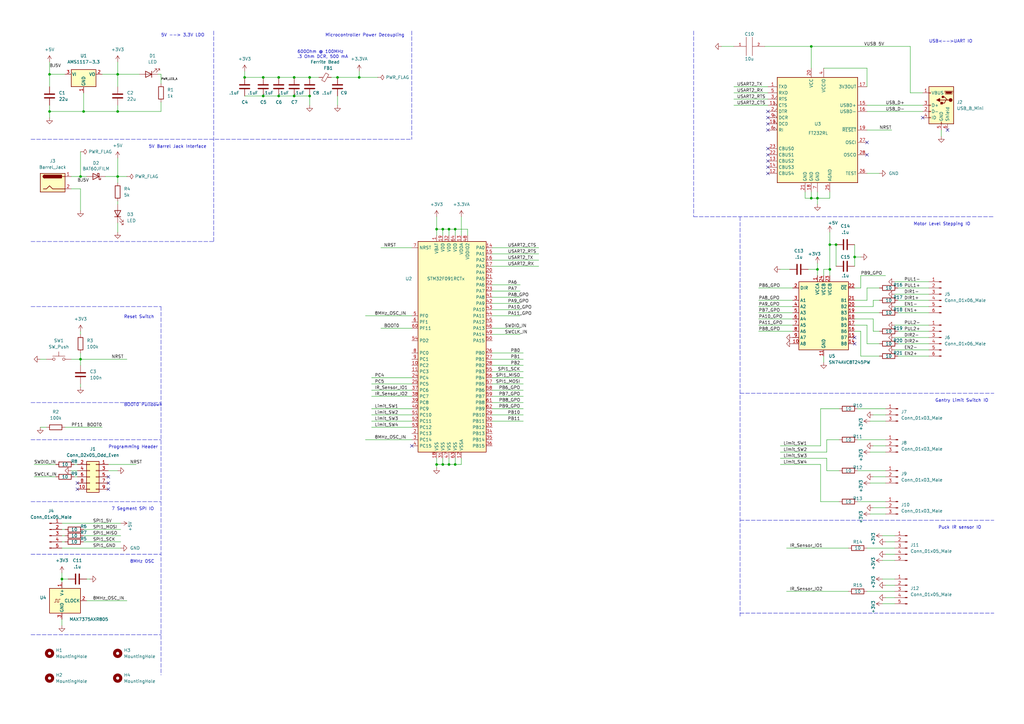
<source format=kicad_sch>
(kicad_sch (version 20211123) (generator eeschema)
  (paper "A3")
  (junction (at 127 31.75))
  (junction (at 114.3 31.75))
  (junction (at 48.26 72.39))
  (junction (at 48.26 45.72))
  (junction (at 33.02 147.32))
  (junction (at 120.65 31.75))
  (junction (at 335.28 81.28))
  (junction (at 186.69 93.98))
  (junction (at 181.61 190.5))
  (junction (at 100.33 31.75))
  (junction (at 332.74 19.05))
  (junction (at 179.07 93.98))
  (junction (at 48.26 30.48))
  (junction (at 114.3 39.37))
  (junction (at 25.4 237.49))
  (junction (at 20.32 45.72))
  (junction (at 184.15 93.98))
  (junction (at 186.69 190.5))
  (junction (at 34.29 45.72))
  (junction (at 20.32 30.48))
  (junction (at 342.9 100.33))
  (junction (at 107.95 39.37))
  (junction (at 184.15 190.5))
  (junction (at 120.65 39.37))
  (junction (at 335.28 110.49))
  (junction (at 138.43 31.75))
  (junction (at 340.36 110.49))
  (junction (at 107.95 31.75))
  (junction (at 179.07 190.5))
  (junction (at 340.36 100.33))
  (junction (at 147.32 31.75))
  (junction (at 350.52 105.41))
  (junction (at 127 39.37))
  (junction (at 181.61 93.98))
  (junction (at 332.74 81.28))
  (junction (at 33.02 72.39))
  (no_connect (at 31.75 198.12))
  (no_connect (at 44.45 195.58))
  (no_connect (at 31.75 200.66))
  (no_connect (at 44.45 200.66))
  (no_connect (at 314.96 53.34))
  (no_connect (at 314.96 50.8))
  (no_connect (at 314.96 48.26))
  (no_connect (at 314.96 45.72))
  (no_connect (at 355.6 58.42))
  (no_connect (at 355.6 63.5))
  (no_connect (at 314.96 71.12))
  (no_connect (at 314.96 68.58))
  (no_connect (at 314.96 66.04))
  (no_connect (at 314.96 63.5))
  (no_connect (at 314.96 60.96))
  (no_connect (at 350.52 138.43))
  (no_connect (at 350.52 140.97))
  (no_connect (at 388.62 53.34))
  (no_connect (at 378.46 48.26))
  (no_connect (at 168.91 182.88))
  (no_connect (at 44.45 198.12))
  (wire (pts (xy 363.22 227.33) (xy 367.03 227.33)))
  (wire (pts (xy 214.63 162.56) (xy 201.93 162.56)))
  (wire (pts (xy 350.52 105.41) (xy 350.52 109.22)))
  (polyline (pts (xy 284.48 88.9) (xy 407.67 88.9)))
  (wire (pts (xy 34.29 45.72) (xy 20.32 45.72)))
  (wire (pts (xy 184.15 190.5) (xy 181.61 190.5)))
  (wire (pts (xy 311.15 135.89) (xy 325.12 135.89)))
  (wire (pts (xy 367.03 115.57) (xy 381 115.57)))
  (wire (pts (xy 201.93 119.38) (xy 213.36 119.38)))
  (wire (pts (xy 152.4 167.64) (xy 168.91 167.64)))
  (wire (pts (xy 351.79 180.34) (xy 363.22 180.34)))
  (wire (pts (xy 350.52 118.11) (xy 353.06 118.11)))
  (wire (pts (xy 350.52 128.27) (xy 360.68 128.27)))
  (wire (pts (xy 336.55 190.5) (xy 336.55 205.74)))
  (wire (pts (xy 355.6 123.19) (xy 350.52 123.19)))
  (wire (pts (xy 363.22 245.11) (xy 367.03 245.11)))
  (wire (pts (xy 149.86 129.54) (xy 168.91 129.54)))
  (wire (pts (xy 356.87 210.82) (xy 363.22 210.82)))
  (wire (pts (xy 48.26 45.72) (xy 34.29 45.72)))
  (wire (pts (xy 20.32 25.4) (xy 20.32 30.48)))
  (wire (pts (xy 361.95 237.49) (xy 367.03 237.49)))
  (wire (pts (xy 363.22 240.03) (xy 367.03 240.03)))
  (wire (pts (xy 311.15 125.73) (xy 325.12 125.73)))
  (wire (pts (xy 311.15 123.19) (xy 325.12 123.19)))
  (wire (pts (xy 201.93 129.54) (xy 213.36 129.54)))
  (wire (pts (xy 368.3 135.89) (xy 381 135.89)))
  (wire (pts (xy 179.07 88.9) (xy 179.07 93.98)))
  (wire (pts (xy 147.32 31.75) (xy 154.94 31.75)))
  (wire (pts (xy 149.86 180.34) (xy 168.91 180.34)))
  (wire (pts (xy 336.55 182.88) (xy 336.55 167.64)))
  (wire (pts (xy 138.43 39.37) (xy 138.43 43.18)))
  (wire (pts (xy 340.36 78.74) (xy 340.36 81.28)))
  (wire (pts (xy 367.03 143.51) (xy 381 143.51)))
  (wire (pts (xy 179.07 93.98) (xy 181.61 93.98)))
  (wire (pts (xy 330.2 81.28) (xy 332.74 81.28)))
  (polyline (pts (xy 12.7 57.15) (xy 100.33 57.15)))
  (wire (pts (xy 358.14 170.18) (xy 363.22 170.18)))
  (wire (pts (xy 335.28 110.49) (xy 335.28 113.03)))
  (wire (pts (xy 33.02 144.78) (xy 33.02 147.32)))
  (wire (pts (xy 368.3 118.11) (xy 381 118.11)))
  (wire (pts (xy 181.61 190.5) (xy 179.07 190.5)))
  (wire (pts (xy 311.15 133.35) (xy 325.12 133.35)))
  (wire (pts (xy 44.45 193.04) (xy 48.26 193.04)))
  (wire (pts (xy 186.69 96.52) (xy 186.69 93.98)))
  (wire (pts (xy 358.14 125.73) (xy 358.14 123.19)))
  (wire (pts (xy 353.06 118.11) (xy 353.06 113.03)))
  (wire (pts (xy 355.6 118.11) (xy 360.68 118.11)))
  (wire (pts (xy 332.74 19.05) (xy 332.74 27.94)))
  (wire (pts (xy 44.45 190.5) (xy 55.88 190.5)))
  (wire (pts (xy 201.93 124.46) (xy 213.36 124.46)))
  (wire (pts (xy 33.02 157.48) (xy 33.02 158.75)))
  (wire (pts (xy 351.79 205.74) (xy 363.22 205.74)))
  (wire (pts (xy 342.9 100.33) (xy 342.9 109.22)))
  (wire (pts (xy 355.6 45.72) (xy 378.46 45.72)))
  (wire (pts (xy 201.93 167.64) (xy 214.63 167.64)))
  (wire (pts (xy 320.04 187.96) (xy 339.09 187.96)))
  (wire (pts (xy 34.29 219.71) (xy 49.53 219.71)))
  (wire (pts (xy 355.6 133.35) (xy 350.52 133.35)))
  (polyline (pts (xy 303.53 213.36) (xy 407.67 213.36)))
  (wire (pts (xy 311.15 118.11) (xy 325.12 118.11)))
  (polyline (pts (xy 12.7 180.34) (xy 66.04 180.34)))
  (wire (pts (xy 350.52 125.73) (xy 358.14 125.73)))
  (wire (pts (xy 181.61 187.96) (xy 181.61 190.5)))
  (wire (pts (xy 201.93 144.78) (xy 214.63 144.78)))
  (wire (pts (xy 368.3 140.97) (xy 381 140.97)))
  (wire (pts (xy 356.87 198.12) (xy 363.22 198.12)))
  (wire (pts (xy 201.93 104.14) (xy 220.98 104.14)))
  (wire (pts (xy 358.14 195.58) (xy 363.22 195.58)))
  (wire (pts (xy 355.6 53.34) (xy 365.76 53.34)))
  (wire (pts (xy 43.18 72.39) (xy 48.26 72.39)))
  (polyline (pts (xy 12.7 99.06) (xy 87.63 99.06)))
  (wire (pts (xy 66.04 41.91) (xy 66.04 45.72)))
  (wire (pts (xy 351.79 193.04) (xy 363.22 193.04)))
  (polyline (pts (xy 66.04 125.73) (xy 66.04 276.86)))
  (wire (pts (xy 20.32 30.48) (xy 26.67 30.48)))
  (wire (pts (xy 201.93 121.92) (xy 213.36 121.92)))
  (wire (pts (xy 214.63 154.94) (xy 201.93 154.94)))
  (polyline (pts (xy 12.7 227.33) (xy 66.04 227.33)))
  (wire (pts (xy 300.99 35.56) (xy 314.96 35.56)))
  (wire (pts (xy 214.63 165.1) (xy 201.93 165.1)))
  (wire (pts (xy 368.3 128.27) (xy 381 128.27)))
  (wire (pts (xy 34.29 217.17) (xy 49.53 217.17)))
  (wire (pts (xy 186.69 187.96) (xy 186.69 190.5)))
  (wire (pts (xy 120.65 39.37) (xy 127 39.37)))
  (wire (pts (xy 33.02 72.39) (xy 35.56 72.39)))
  (wire (pts (xy 337.82 146.05) (xy 337.82 148.59)))
  (wire (pts (xy 351.79 167.64) (xy 363.22 167.64)))
  (wire (pts (xy 358.14 135.89) (xy 360.68 135.89)))
  (wire (pts (xy 25.4 219.71) (xy 26.67 219.71)))
  (wire (pts (xy 367.03 138.43) (xy 381 138.43)))
  (wire (pts (xy 386.08 55.88) (xy 386.08 53.34)))
  (wire (pts (xy 16.51 147.32) (xy 19.05 147.32)))
  (wire (pts (xy 353.06 135.89) (xy 350.52 135.89)))
  (wire (pts (xy 201.93 160.02) (xy 214.63 160.02)))
  (wire (pts (xy 179.07 187.96) (xy 179.07 190.5)))
  (wire (pts (xy 337.82 110.49) (xy 340.36 110.49)))
  (wire (pts (xy 340.36 81.28) (xy 335.28 81.28)))
  (wire (pts (xy 20.32 30.48) (xy 20.32 35.56)))
  (wire (pts (xy 48.26 25.4) (xy 48.26 30.48)))
  (wire (pts (xy 152.4 170.18) (xy 168.91 170.18)))
  (wire (pts (xy 336.55 205.74) (xy 344.17 205.74)))
  (wire (pts (xy 300.99 40.64) (xy 314.96 40.64)))
  (wire (pts (xy 355.6 43.18) (xy 378.46 43.18)))
  (wire (pts (xy 201.93 109.22) (xy 220.98 109.22)))
  (wire (pts (xy 355.6 118.11) (xy 355.6 123.19)))
  (wire (pts (xy 373.38 19.05) (xy 332.74 19.05)))
  (wire (pts (xy 201.93 170.18) (xy 214.63 170.18)))
  (wire (pts (xy 20.32 45.72) (xy 20.32 48.26)))
  (wire (pts (xy 355.6 242.57) (xy 367.03 242.57)))
  (wire (pts (xy 335.28 78.74) (xy 335.28 81.28)))
  (wire (pts (xy 358.14 123.19) (xy 360.68 123.19)))
  (wire (pts (xy 339.09 185.42) (xy 339.09 180.34)))
  (wire (pts (xy 25.4 237.49) (xy 27.94 237.49)))
  (polyline (pts (xy 303.53 161.29) (xy 407.67 161.29)))
  (wire (pts (xy 367.03 133.35) (xy 381 133.35)))
  (wire (pts (xy 201.93 116.84) (xy 213.36 116.84)))
  (wire (pts (xy 127 31.75) (xy 130.81 31.75)))
  (wire (pts (xy 100.33 29.21) (xy 100.33 31.75)))
  (wire (pts (xy 353.06 113.03) (xy 363.22 113.03)))
  (wire (pts (xy 25.4 237.49) (xy 25.4 238.76)))
  (wire (pts (xy 25.4 234.95) (xy 25.4 237.49)))
  (wire (pts (xy 33.02 147.32) (xy 52.07 147.32)))
  (wire (pts (xy 361.95 247.65) (xy 367.03 247.65)))
  (wire (pts (xy 29.21 193.04) (xy 31.75 193.04)))
  (wire (pts (xy 13.97 195.58) (xy 22.86 195.58)))
  (wire (pts (xy 31.75 190.5) (xy 30.48 190.5)))
  (wire (pts (xy 355.6 35.56) (xy 355.6 27.94)))
  (wire (pts (xy 330.2 78.74) (xy 330.2 81.28)))
  (wire (pts (xy 355.6 140.97) (xy 355.6 133.35)))
  (wire (pts (xy 361.95 229.87) (xy 367.03 229.87)))
  (wire (pts (xy 114.3 31.75) (xy 120.65 31.75)))
  (wire (pts (xy 48.26 72.39) (xy 48.26 64.77)))
  (wire (pts (xy 355.6 27.94) (xy 337.82 27.94)))
  (wire (pts (xy 152.4 162.56) (xy 168.91 162.56)))
  (wire (pts (xy 100.33 31.75) (xy 107.95 31.75)))
  (polyline (pts (xy 284.48 12.7) (xy 284.48 88.9)))
  (wire (pts (xy 186.69 93.98) (xy 184.15 93.98)))
  (wire (pts (xy 311.15 130.81) (xy 325.12 130.81)))
  (wire (pts (xy 64.77 30.48) (xy 66.04 30.48)))
  (wire (pts (xy 25.4 214.63) (xy 49.53 214.63)))
  (wire (pts (xy 48.26 82.55) (xy 48.26 83.82)))
  (wire (pts (xy 48.26 43.18) (xy 48.26 45.72)))
  (wire (pts (xy 322.58 242.57) (xy 347.98 242.57)))
  (wire (pts (xy 355.6 224.79) (xy 367.03 224.79)))
  (wire (pts (xy 340.36 95.25) (xy 340.36 100.33)))
  (wire (pts (xy 100.33 39.37) (xy 107.95 39.37)))
  (wire (pts (xy 214.63 152.4) (xy 201.93 152.4)))
  (wire (pts (xy 34.2574 222.25) (xy 49.53 222.25)))
  (wire (pts (xy 201.93 147.32) (xy 214.63 147.32)))
  (wire (pts (xy 156.21 101.6) (xy 168.91 101.6)))
  (wire (pts (xy 350.52 105.41) (xy 353.06 105.41)))
  (wire (pts (xy 335.28 107.95) (xy 335.28 110.49)))
  (wire (pts (xy 353.06 146.05) (xy 360.68 146.05)))
  (wire (pts (xy 181.61 93.98) (xy 181.61 96.52)))
  (wire (pts (xy 184.15 187.96) (xy 184.15 190.5)))
  (wire (pts (xy 29.21 72.39) (xy 33.02 72.39)))
  (wire (pts (xy 16.51 175.26) (xy 19.05 175.26)))
  (wire (pts (xy 138.43 31.75) (xy 147.32 31.75)))
  (wire (pts (xy 320.04 190.5) (xy 336.55 190.5)))
  (wire (pts (xy 48.26 72.39) (xy 52.07 72.39)))
  (wire (pts (xy 295.91 19.05) (xy 300.99 19.05)))
  (wire (pts (xy 181.61 93.98) (xy 184.15 93.98)))
  (polyline (pts (xy 12.7 260.35) (xy 66.04 260.35)))
  (wire (pts (xy 156.21 134.62) (xy 168.91 134.62)))
  (wire (pts (xy 107.95 31.75) (xy 114.3 31.75)))
  (wire (pts (xy 25.4 254) (xy 25.4 256.54)))
  (wire (pts (xy 340.36 100.33) (xy 342.9 100.33)))
  (wire (pts (xy 353.06 146.05) (xy 353.06 135.89)))
  (wire (pts (xy 363.22 222.25) (xy 367.03 222.25)))
  (wire (pts (xy 152.4 154.94) (xy 168.91 154.94)))
  (wire (pts (xy 356.87 185.42) (xy 363.22 185.42)))
  (wire (pts (xy 378.46 38.1) (xy 373.38 38.1)))
  (wire (pts (xy 34.29 38.1) (xy 34.29 45.72)))
  (wire (pts (xy 66.04 45.72) (xy 48.26 45.72)))
  (wire (pts (xy 331.47 110.49) (xy 335.28 110.49)))
  (wire (pts (xy 189.23 190.5) (xy 186.69 190.5)))
  (wire (pts (xy 300.99 38.1) (xy 314.96 38.1)))
  (wire (pts (xy 179.07 96.52) (xy 179.07 93.98)))
  (wire (pts (xy 35.56 237.49) (xy 36.83 237.49)))
  (wire (pts (xy 152.4 160.02) (xy 168.91 160.02)))
  (wire (pts (xy 33.02 135.89) (xy 33.02 137.16)))
  (wire (pts (xy 332.74 19.05) (xy 313.69 19.05)))
  (wire (pts (xy 320.04 185.42) (xy 339.09 185.42)))
  (wire (pts (xy 33.02 62.23) (xy 33.02 72.39)))
  (wire (pts (xy 152.4 157.48) (xy 168.91 157.48)))
  (wire (pts (xy 48.26 30.48) (xy 57.15 30.48)))
  (wire (pts (xy 33.02 77.47) (xy 33.02 86.36)))
  (wire (pts (xy 120.65 31.75) (xy 127 31.75)))
  (polyline (pts (xy 87.63 12.7) (xy 87.63 99.06)))
  (wire (pts (xy 107.95 39.37) (xy 114.3 39.37)))
  (wire (pts (xy 300.99 43.18) (xy 314.96 43.18)))
  (wire (pts (xy 147.32 29.21) (xy 147.32 31.75)))
  (wire (pts (xy 25.4 217.17) (xy 26.67 217.17)))
  (wire (pts (xy 184.15 93.98) (xy 184.15 96.52)))
  (wire (pts (xy 48.26 72.39) (xy 48.26 74.93)))
  (wire (pts (xy 127 39.37) (xy 127 43.18)))
  (wire (pts (xy 335.28 81.28) (xy 335.28 83.82)))
  (wire (pts (xy 201.93 137.16) (xy 213.36 137.16)))
  (wire (pts (xy 30.48 195.58) (xy 31.75 195.58)))
  (wire (pts (xy 114.3 39.37) (xy 120.65 39.37)))
  (wire (pts (xy 339.09 193.04) (xy 344.17 193.04)))
  (wire (pts (xy 373.38 38.1) (xy 373.38 19.05)))
  (wire (pts (xy 152.4 175.26) (xy 168.91 175.26)))
  (wire (pts (xy 191.77 93.98) (xy 186.69 93.98)))
  (wire (pts (xy 358.14 135.89) (xy 358.14 130.81)))
  (polyline (pts (xy 168.91 12.7) (xy 168.91 57.15)))
  (polyline (pts (xy 303.53 88.9) (xy 303.53 252.73)))
  (wire (pts (xy 332.74 81.28) (xy 335.28 81.28)))
  (wire (pts (xy 368.3 146.05) (xy 381 146.05)))
  (wire (pts (xy 336.55 167.64) (xy 344.17 167.64)))
  (wire (pts (xy 48.26 91.44) (xy 48.26 95.25)))
  (wire (pts (xy 320.04 110.49) (xy 323.85 110.49)))
  (wire (pts (xy 25.4 224.79) (xy 49.53 224.79)))
  (wire (pts (xy 201.93 127) (xy 213.36 127)))
  (wire (pts (xy 356.87 172.72) (xy 363.22 172.72)))
  (polyline (pts (xy 12.7 165.1) (xy 66.04 165.1)))
  (polyline (pts (xy 303.53 251.46) (xy 407.67 251.46)))
  (wire (pts (xy 35.56 246.38) (xy 52.07 246.38)))
  (wire (pts (xy 26.67 175.26) (xy 41.91 175.26)))
  (wire (pts (xy 358.14 182.88) (xy 363.22 182.88)))
  (wire (pts (xy 66.04 30.48) (xy 66.04 34.29)))
  (wire (pts (xy 135.89 31.75) (xy 138.43 31.75)))
  (wire (pts (xy 48.26 30.48) (xy 48.26 35.56)))
  (wire (pts (xy 355.6 140.97) (xy 360.68 140.97)))
  (wire (pts (xy 186.69 190.5) (xy 184.15 190.5)))
  (wire (pts (xy 201.93 106.68) (xy 220.98 106.68)))
  (wire (pts (xy 358.14 130.81) (xy 350.52 130.81)))
  (wire (pts (xy 22.86 190.5) (xy 13.97 190.5)))
  (wire (pts (xy 25.4 222.25) (xy 26.6374 222.25)))
  (wire (pts (xy 189.23 187.96) (xy 189.23 190.5)))
  (wire (pts (xy 322.58 224.79) (xy 347.98 224.79)))
  (wire (pts (xy 320.04 182.88) (xy 336.55 182.88)))
  (wire (pts (xy 29.21 147.32) (xy 33.02 147.32)))
  (wire (pts (xy 339.09 180.34) (xy 344.17 180.34)))
  (wire (pts (xy 20.32 43.18) (xy 20.32 45.72)))
  (wire (pts (xy 367.03 125.73) (xy 381 125.73)))
  (wire (pts (xy 191.77 96.52) (xy 191.77 93.98)))
  (wire (pts (xy 361.95 219.71) (xy 367.03 219.71)))
  (wire (pts (xy 189.23 88.9) (xy 189.23 96.52)))
  (wire (pts (xy 214.63 157.48) (xy 201.93 157.48)))
  (wire (pts (xy 201.93 172.72) (xy 214.63 172.72)))
  (wire (pts (xy 358.14 208.28) (xy 363.22 208.28)))
  (wire (pts (xy 367.03 120.65) (xy 381 120.65)))
  (wire (pts (xy 340.36 100.33) (xy 340.36 110.49)))
  (polyline (pts (xy 12.7 125.73) (xy 66.04 125.73)))
  (wire (pts (xy 332.74 78.74) (xy 332.74 81.28)))
  (wire (pts (xy 311.15 128.27) (xy 325.12 128.27)))
  (wire (pts (xy 355.6 71.12) (xy 360.68 71.12)))
  (wire (pts (xy 201.93 134.62) (xy 213.36 134.62)))
  (wire (pts (xy 201.93 149.86) (xy 214.63 149.86)))
  (wire (pts (xy 33.02 147.32) (xy 33.02 149.86)))
  (wire (pts (xy 201.93 101.6) (xy 220.98 101.6)))
  (wire (pts (xy 337.82 113.03) (xy 337.82 110.49)))
  (wire (pts (xy 152.4 172.72) (xy 168.91 172.72)))
  (wire (pts (xy 179.07 190.5) (xy 179.07 191.77)))
  (wire (pts (xy 29.21 77.47) (xy 33.02 77.47)))
  (wire (pts (xy 340.36 110.49) (xy 340.36 113.03)))
  (wire (pts (xy 41.91 30.48) (xy 48.26 30.48)))
  (polyline (pts (xy 100.33 57.15) (xy 168.91 57.15)))
  (wire (pts (xy 339.09 187.96) (xy 339.09 193.04)))
  (wire (pts (xy 368.3 123.19) (xy 381 123.19)))
  (polyline (pts (xy 12.7 205.74) (xy 66.04 205.74)))
  (wire (pts (xy 350.52 100.33) (xy 350.52 105.41)))
  (text "USB<-->UART IO" (at 381 17.78 0) (effects (font (size 1.27 1.27)) (justify left bottom)))
  (text "Reset Switch" (at 50.8 130.81 0) (effects (font (size 1.27 1.27)) (justify left bottom)))
  (text "7 Segment SPI IO" (at 45.72 209.55 0) (effects (font (size 1.27 1.27)) (justify left bottom)))
  (text "8MHz OSC" (at 53.34 231.14 0) (effects (font (size 1.27 1.27)) (justify left bottom)))
  (text "Puck IR sensor IO" (at 384.81 217.17 0) (effects (font (size 1.27 1.27)) (justify left bottom)))
  (text "5V Barrel Jack Interface" (at 60.96 60.96 0) (effects (font (size 1.27 1.27)) (justify left bottom)))
  (text "Motor Level Stepping IO\n" (at 374.65 92.71 0) (effects (font (size 1.27 1.27)) (justify left bottom)))
  (text "BOOT0 Pulldown\n\n" (at 50.8 168.91 0) (effects (font (size 1.27 1.27)) (justify left bottom)))
  (text "5V --> 3.3V LDO\n" (at 66.04 15.24 0) (effects (font (size 1.27 1.27)) (justify left bottom)))
  (text "600Ohm @ 100MHz\n.3 Ohm DCR, 500 mA" (at 121.92 24.13 0) (effects (font (size 1.27 1.27)) (justify left bottom)))
  (text "Gantry Limit Switch IO" (at 383.54 165.1 0) (effects (font (size 1.27 1.27)) (justify left bottom)))
  (text "Microcontroller Power Decoupling\n" (at 133.35 15.24 0) (effects (font (size 1.27 1.27)) (justify left bottom)))
  (text "Programming Header" (at 44.45 184.15 0) (effects (font (size 1.27 1.27)) (justify left bottom)))
  (label "PB7_GPO" (at 311.15 128.27 0))
  (label "NRST" (at 45.72 147.32 0))
  (label "USART2_RTS" (at 208.28 104.14 0))
  (label "BOOT0" (at 35.56 175.26 0))
  (label "PA11_GPO" (at 311.15 133.35 0))
  (label "Limit_SW1" (at 321.31 182.88 0))
  (label "PB0" (at 213.36 144.78 180))
  (label "NRST" (at 157.48 101.6 0))
  (label "PUL1-" (at 370.84 115.57 0))
  (label "SPI1_5V" (at 38.1 214.63 0))
  (label "IR_Sensor_IO2" (at 323.85 242.57 0))
  (label "PUL1+" (at 370.84 118.11 0))
  (label "VUSB 5V" (at 354.33 19.05 0))
  (label "Limit_SW4" (at 153.67 175.26 0))
  (label "PA6" (at 212.09 116.84 180))
  (label "PB11" (at 213.36 172.72 180))
  (label "PB6_GPO" (at 311.15 118.11 0))
  (label "NRST" (at 360.68 53.34 0))
  (label "PB9_GPO" (at 213.36 167.64 180))
  (label "USB_D+" (at 363.22 43.18 0))
  (label "PB2" (at 213.36 149.86 180))
  (label "Limit_SW3" (at 153.67 172.72 0))
  (label "Limit_SW2" (at 321.31 185.42 0))
  (label "PA9_GPO" (at 311.15 125.73 0))
  (label "PA8_GPO" (at 311.15 123.19 0))
  (label "BOOT0" (at 157.48 134.62 0))
  (label "PUL2+" (at 370.84 135.89 0))
  (label "PB9_GPO" (at 353.06 113.03 0))
  (label "PC4" (at 153.67 154.94 0))
  (label "PWR_LED_A" (at 66.04 33.02 0) (effects (font (size 0.8 0.8))))
  (label "EN1+" (at 370.84 128.27 0))
  (label "USB_D-" (at 363.22 45.72 0))
  (label "PF11" (at 29.21 175.26 0))
  (label "USART2_TX" (at 302.26 35.56 0))
  (label "PA11_GPO" (at 208.28 129.54 0))
  (label "SWCLK_IN" (at 207.01 137.16 0))
  (label "NRST" (at 53.34 190.5 0))
  (label "SPI1_SCK" (at 213.36 152.4 180))
  (label "EN1-" (at 370.84 125.73 0))
  (label "8MHz_OSC_IN" (at 153.67 180.34 0))
  (label "SPI1_SCK" (at 38.1 222.25 0))
  (label "IR_Sensor_IO1" (at 153.67 160.02 0))
  (label "SPI1_GND" (at 38.1 224.79 0))
  (label "EN2-" (at 370.84 143.51 0))
  (label "DIR1+" (at 370.84 123.19 0))
  (label "DIR2+" (at 370.84 140.97 0))
  (label "SPI1_MISO" (at 38.1 219.71 0))
  (label "SPI1_MISO" (at 213.36 154.94 180))
  (label "DIR1-" (at 370.84 120.65 0))
  (label "PA9_GPO" (at 208.28 124.46 0))
  (label "Limit_SW2" (at 153.67 170.18 0))
  (label "SWDIO_IN" (at 207.01 134.62 0))
  (label "PA10_GPO" (at 311.15 130.81 0))
  (label "PB6_GPO" (at 213.36 160.02 180))
  (label "PA8_GPO" (at 208.28 121.92 0))
  (label "DIR2-" (at 370.84 138.43 0))
  (label "SWCLK_IN" (at 13.97 195.58 0))
  (label "Limit_SW3" (at 321.31 187.96 0))
  (label "PB10" (at 213.36 170.18 180))
  (label "Limit_SW4" (at 321.31 190.5 0))
  (label "BJ5V" (at 20.32 27.94 0))
  (label "USART2_RTS" (at 302.26 40.64 0))
  (label "PA10_GPO" (at 208.28 127 0))
  (label "8MHz_OSC_IN" (at 38.1 246.38 0))
  (label "IR_Sensor_IO2" (at 153.67 162.56 0))
  (label "EN2+" (at 370.84 146.05 0))
  (label "PA7" (at 212.09 119.38 180))
  (label "PUL2-" (at 370.84 133.35 0))
  (label "USART2_RX" (at 208.28 109.22 0))
  (label "SPI1_MOSI" (at 38.1 217.17 0))
  (label "PB8_GPO" (at 311.15 135.89 0))
  (label "IR_Sensor_IO1" (at 323.85 224.79 0))
  (label "PC5" (at 153.67 157.48 0))
  (label "PB8_GPO" (at 213.4174 165.1 180))
  (label "PB7_GPO" (at 213.36 162.56 180))
  (label "USART2_RX" (at 302.26 38.1 0))
  (label "USART2_CTS" (at 302.26 43.18 0))
  (label "8MHz_OSC_IN" (at 153.67 129.54 0))
  (label "Limit_SW1" (at 153.67 167.64 0))
  (label "USART2_CTS" (at 208.28 101.6 0))
  (label "BJ5V" (at 31.75 74.93 0))
  (label "SWDIO_IN" (at 13.97 190.5 0))
  (label "PB1" (at 213.36 147.32 180))
  (label "USART2_TX" (at 208.28 106.68 0))
  (label "SPI1_MOSI" (at 213.36 157.48 180))
  (symbol (lib_id "Device:R") (at 351.79 242.57 90) (unit 1)
    (property "Reference" "R15" (at 351.79 240.03 90))
    (property "Value" "10" (at 351.79 242.57 90))
    (property "Footprint" "Resistor_SMD:R_0805_2012Metric_Pad1.20x1.40mm_HandSolder" (effects hide))
  )
  (symbol (lib_id "power:PWR_FLAG") (at 33.02 62.23 270) (unit 1)
    (property "Reference" "#FLG03" (effects hide))
    (property "Value" "PWR_FLAG" (at 36.2712 62.23 90) (effects (justify left)))
  )
  (symbol (lib_id "Device:LED") (at 60.96 30.48 180) (unit 1)
    (property "Reference" "D1" (at 62.5475 22.86 0))
    (property "Value" "LED" (at 62.5475 25.4 0))
    (property "Footprint" "LED_SMD:LED_0603_1608Metric_Pad1.05x0.95mm_HandSolder" (effects hide))
  )
  (symbol (lib_id "Device:R") (at 26.67 190.5 90) (unit 1)
    (property "Reference" "R8" (at 30.48 189.23 90))
    (property "Value" "10" (at 26.67 190.5 90))
    (property "Footprint" "Resistor_SMD:R_0805_2012Metric_Pad1.20x1.40mm_HandSolder" (effects hide))
  )
  (symbol (lib_id "power:+3.3V") (at 361.95 229.87 90) (unit 1)
    (property "Reference" "#PWR0128" (effects hide))
    (property "Value" "+3.3V" (at 358.14 231.14 0))
  )
  (symbol (lib_id "power:GND") (at 325.12 140.97 270) (unit 1)
    (property "Reference" "#PWR0138" (effects hide))
    (property "Value" "GND" (effects hide))
  )
  (symbol (lib_id "Device:R") (at 30.48 217.17 90) (unit 1)
    (property "Reference" "R6" (at 34.29 215.9 90))
    (property "Value" "10" (at 30.48 217.17 90))
    (property "Footprint" "Resistor_SMD:R_0805_2012Metric_Pad1.20x1.40mm_HandSolder" (effects hide))
  )
  (symbol (lib_id "Device:C") (at 127 35.56 0) (unit 1)
    (property "Reference" "C8" (at 128.27 38.1 0) (effects (justify left)))
    (property "Value" ".1uF" (at 120.65 38.1 0) (effects (justify left)))
    (property "Footprint" "Capacitor_SMD:C_0805_2012Metric_Pad1.18x1.45mm_HandSolder" (effects hide))
  )
  (symbol (lib_id "Device:R") (at 351.79 224.79 90) (unit 1)
    (property "Reference" "R14" (at 351.79 222.25 90))
    (property "Value" "10" (at 351.79 224.79 90))
    (property "Footprint" "Resistor_SMD:R_0805_2012Metric_Pad1.20x1.40mm_HandSolder" (effects hide))
  )
  (symbol (lib_id "power:GND") (at 48.26 95.25 0) (unit 1)
    (property "Reference" "#PWR08" (effects hide))
    (property "Value" "GND" (effects hide))
  )
  (symbol (lib_id "power:+3.3V") (at 356.87 172.72 90) (unit 1)
    (property "Reference" "#PWR0117" (effects hide))
    (property "Value" "+3.3V" (at 353.06 173.99 0))
  )
  (symbol (lib_id "power:+3.3V") (at 356.87 210.82 90) (unit 1)
    (property "Reference" "#PWR0137" (effects hide))
    (property "Value" "+3.3V" (at 353.06 212.09 0))
  )
  (symbol (lib_id "power:GND") (at 335.28 83.82 0) (unit 1)
    (property "Reference" "#PWR0113" (effects hide))
    (property "Value" "GND" (effects hide))
  )
  (symbol (lib_id "power:GND") (at 353.06 105.41 90) (unit 1)
    (property "Reference" "#PWR0115" (effects hide))
    (property "Value" "GND" (effects hide))
  )
  (symbol (lib_id "power:GND") (at 36.83 237.49 90) (unit 1)
    (property "Reference" "#PWR0106" (effects hide))
    (property "Value" "GND" (effects hide))
  )
  (symbol (lib_id "Connector:Conn_01x05_Male") (at 372.11 224.79 0) (mirror y) (unit 1)
    (property "Reference" "J11" (at 373.38 223.5199 0) (effects (justify right)))
    (property "Value" "Conn_01x05_Male" (at 373.38 226.0599 0) (effects (justify right)))
    (property "Footprint" "Connector_JST:JST_EH_B5B-EH-A_1x05_P2.50mm_Vertical" (effects hide))
  )
  (symbol (lib_id "Device:R") (at 347.98 180.34 90) (unit 1)
    (property "Reference" "R11" (at 351.79 179.07 90))
    (property "Value" "10" (at 347.98 180.34 90))
    (property "Footprint" "Resistor_SMD:R_0805_2012Metric_Pad1.20x1.40mm_HandSolder" (effects hide))
  )
  (symbol (lib_id "Connector:Conn_01x03_Male") (at 368.3 195.58 0) (mirror y) (unit 1)
    (property "Reference" "J9" (at 369.57 194.3099 0) (effects (justify right)))
    (property "Value" "Conn_01x03_Male" (at 369.57 196.8499 0) (effects (justify right)))
    (property "Footprint" "Connector_JST:JST_EH_B3B-EH-A_1x03_P2.50mm_Vertical" (effects hide))
  )
  (symbol (lib_id "Oscillator:MAX7375AXR805") (at 25.4 246.38 0) (unit 1)
    (property "Reference" "U4" (at 19.05 245.1099 0) (effects (justify right)))
    (property "Value" "MAX7375AXR805" (at 44.45 254 0) (effects (justify right)))
    (property "Footprint" "Package_TO_SOT_SMD:SOT-323_SC-70" (effects hide))
    (property "Datasheet" "https://datasheets.maximintegrated.com/en/ds/MAX7375.pdf" (effects hide))
  )
  (symbol (lib_id "Device:R") (at 30.4474 222.25 90) (unit 1)
    (property "Reference" "R5" (at 34.2574 220.98 90))
    (property "Value" "10" (at 30.4474 222.25 90))
    (property "Footprint" "Resistor_SMD:R_0805_2012Metric_Pad1.20x1.40mm_HandSolder" (effects hide))
  )
  (symbol (lib_id "power:GND") (at 367.03 143.51 270) (unit 1)
    (property "Reference" "#PWR0118" (effects hide))
    (property "Value" "GND" (effects hide))
  )
  (symbol (lib_id "power:+3.3V") (at 335.28 107.95 0) (unit 1)
    (property "Reference" "#PWR0121" (effects hide))
    (property "Value" "+3.3V" (at 334.01 104.14 0))
  )
  (symbol (lib_id "Device:R") (at 364.49 146.05 90) (unit 1)
    (property "Reference" "R21" (at 368.3 144.78 90))
    (property "Value" "10" (at 364.49 146.05 90))
    (property "Footprint" "Resistor_SMD:R_0805_2012Metric_Pad1.20x1.40mm_HandSolder" (effects hide))
  )
  (symbol (lib_id "Device:Ferrite_Bead_Small") (at 133.35 31.75 270) (unit 1)
    (property "Reference" "FB1" (at 134.62 27.94 90))
    (property "Value" "Ferrite Bead" (at 133.35 25.4 90))
    (property "Footprint" "Inductor_SMD:L_0805_2012Metric_Pad1.15x1.40mm_HandSolder" (effects hide))
  )
  (symbol (lib_id "power:+5V") (at 49.53 214.63 270) (unit 1)
    (property "Reference" "#PWR0140" (effects hide))
    (property "Value" "+5V" (at 53.34 215.9 0))
  )
  (symbol (lib_id "Mechanical:MountingHole") (at 20.32 267.97 0) (unit 1)
    (property "Reference" "H1" (at 22.86 266.6999 0) (effects (justify left)))
    (property "Value" "MountingHole" (at 22.86 269.2399 0) (effects (justify left)))
    (property "Footprint" "MountingHole:MountingHole_2.7mm_M2.5" (effects hide))
  )
  (symbol (lib_id "Device:R") (at 364.49 135.89 90) (unit 1)
    (property "Reference" "R19" (at 368.3 134.62 90))
    (property "Value" "10" (at 364.49 135.89 90))
    (property "Footprint" "Resistor_SMD:R_0805_2012Metric_Pad1.20x1.40mm_HandSolder" (effects hide))
  )
  (symbol (lib_id "Device:C") (at 346.71 109.22 270) (unit 1)
    (property "Reference" "C15" (at 346.71 105.41 90))
    (property "Value" ".1u" (at 346.71 113.03 90))
    (property "Footprint" "Capacitor_SMD:C_0805_2012Metric_Pad1.18x1.45mm_HandSolder" (effects hide))
  )
  (symbol (lib_id "Connector:Conn_01x03_Male") (at 368.3 182.88 0) (mirror y) (unit 1)
    (property "Reference" "J8" (at 369.57 181.6099 0) (effects (justify right)))
    (property "Value" "Conn_01x03_Male" (at 369.57 184.1499 0) (effects (justify right)))
    (property "Footprint" "Connector_JST:JST_EH_B3B-EH-A_1x03_P2.50mm_Vertical" (effects hide))
  )
  (symbol (lib_id "Device:LED") (at 48.26 87.63 90) (unit 1)
    (property "Reference" "D3" (at 52.07 87.9474 90) (effects (justify right)))
    (property "Value" "LED" (at 52.07 90.4874 90) (effects (justify right)))
    (property "Footprint" "LED_SMD:LED_0805_2012Metric_Pad1.15x1.40mm_HandSolder" (effects hide))
  )
  (symbol (lib_id "power:+3.3V") (at 356.87 185.42 90) (unit 1)
    (property "Reference" "#PWR0134" (effects hide))
    (property "Value" "+3.3V" (at 353.06 186.69 0))
  )
  (symbol (lib_id "power:GND") (at 363.22 245.11 270) (unit 1)
    (property "Reference" "#PWR0131" (effects hide))
    (property "Value" "GND" (effects hide))
  )
  (symbol (lib_id "Device:C") (at 31.75 237.49 90) (unit 1)
    (property "Reference" "C11" (at 31.75 229.87 90))
    (property "Value" ".1u" (at 31.75 232.41 90))
    (property "Footprint" "Capacitor_SMD:C_0805_2012Metric_Pad1.18x1.45mm_HandSolder" (effects hide))
  )
  (symbol (lib_id "Device:R") (at 48.26 78.74 0) (unit 1)
    (property "Reference" "R4" (at 50.8 77.4699 0) (effects (justify left)))
    (property "Value" "5k" (at 50.8 80.0099 0) (effects (justify left)))
    (property "Footprint" "Resistor_SMD:R_0805_2012Metric_Pad1.20x1.40mm_HandSolder" (effects hide))
  )
  (symbol (lib_id "Device:R") (at 364.49 123.19 90) (unit 1)
    (property "Reference" "R17" (at 368.3 121.92 90))
    (property "Value" "10" (at 364.49 123.19 90))
    (property "Footprint" "Resistor_SMD:R_0805_2012Metric_Pad1.20x1.40mm_HandSolder" (effects hide))
  )
  (symbol (lib_id "power:+5V") (at 340.36 95.25 0) (unit 1)
    (property "Reference" "#PWR0122" (effects hide))
    (property "Value" "+5V" (at 341.63 91.44 0))
  )
  (symbol (lib_id "power:GND") (at 33.02 158.75 0) (unit 1)
    (property "Reference" "#PWR06" (effects hide))
    (property "Value" "GND" (effects hide))
  )
  (symbol (lib_id "Device:C") (at 107.95 35.56 0) (unit 1)
    (property "Reference" "C5" (at 106.68 41.91 0) (effects (justify left)))
    (property "Value" ".1uF" (at 101.6 38.1 0) (effects (justify left)))
    (property "Footprint" "Capacitor_SMD:C_0805_2012Metric_Pad1.18x1.45mm_HandSolder" (effects hide))
  )
  (symbol (lib_id "Device:C") (at 33.02 153.67 0) (unit 1)
    (property "Reference" "C3" (at 36.83 152.3999 0) (effects (justify left)))
    (property "Value" "100n" (at 36.83 154.9399 0) (effects (justify left)))
    (property "Footprint" "Capacitor_SMD:C_0805_2012Metric_Pad1.18x1.45mm_HandSolder" (effects hide))
  )
  (symbol (lib_id "Switch:SW_Push") (at 24.13 147.32 0) (unit 1)
    (property "Reference" "SW1" (at 24.13 139.7 0))
    (property "Value" "SW_Push" (at 24.13 142.24 0))
    (property "Footprint" "Button_Switch_SMD:SW_SPST_PTS645" (effects hide))
  )
  (symbol (lib_id "power:GND") (at 16.51 147.32 270) (unit 1)
    (property "Reference" "#PWR01" (effects hide))
    (property "Value" "GND" (effects hide))
  )
  (symbol (lib_id "Device:C") (at 114.3 35.56 0) (unit 1)
    (property "Reference" "C6" (at 113.03 41.91 0) (effects (justify left)))
    (property "Value" ".1uF" (at 107.95 38.1 0) (effects (justify left)))
    (property "Footprint" "Capacitor_SMD:C_0805_2012Metric_Pad1.18x1.45mm_HandSolder" (effects hide))
  )
  (symbol (lib_id "power:PWR_FLAG") (at 154.94 31.75 270) (unit 1)
    (property "Reference" "#FLG02" (effects hide))
    (property "Value" "PWR_FLAG" (at 158.1912 31.75 90) (effects (justify left)))
  )
  (symbol (lib_id "power:+3.3V") (at 33.02 135.89 0) (unit 1)
    (property "Reference" "#PWR05" (effects hide))
    (property "Value" "+3.3V" (at 33.02 130.81 0))
  )
  (symbol (lib_id "power:PWR_FLAG") (at 52.07 72.39 270) (unit 1)
    (property "Reference" "#FLG01" (effects hide))
    (property "Value" "PWR_FLAG" (at 55.3212 72.39 90) (effects (justify left)))
  )
  (symbol (lib_id "MCU_ST_STM32F0:STM32F091RCTx") (at 186.69 142.24 0) (unit 1)
    (property "Reference" "U2" (at 167.64 114.3 0))
    (property "Value" "STM32F091RCTx" (at 182.88 114.3 0))
    (property "Footprint" "Package_QFP:LQFP-64_10x10mm_P0.5mm" (effects hide))
    (property "Datasheet" "http://www.st.com/st-web-ui/static/active/en/resource/technical/document/datasheet/DM00115237.pdf" (effects hide))
  )
  (symbol (lib_id "power:GND") (at 358.14 170.18 270) (unit 1)
    (property "Reference" "#PWR0141" (effects hide))
    (property "Value" "GND" (effects hide))
  )
  (symbol (lib_id "power:+3.3V") (at 361.95 247.65 90) (unit 1)
    (property "Reference" "#PWR0130" (effects hide))
    (property "Value" "+3.3V" (at 358.14 248.92 0))
  )
  (symbol (lib_id "Device:R") (at 364.49 118.11 90) (unit 1)
    (property "Reference" "R16" (at 368.3 116.84 90))
    (property "Value" "10" (at 364.49 118.11 90))
    (property "Footprint" "Resistor_SMD:R_0805_2012Metric_Pad1.20x1.40mm_HandSolder" (effects hide))
  )
  (symbol (lib_id "power:GND") (at 358.14 182.88 270) (unit 1)
    (property "Reference" "#PWR0142" (effects hide))
    (property "Value" "GND" (effects hide))
  )
  (symbol (lib_id "power:+3.3V") (at 361.95 219.71 90) (unit 1)
    (property "Reference" "#PWR0135" (effects hide))
    (property "Value" "+3.3V" (at 358.14 220.98 0))
  )
  (symbol (lib_id "power:+3.3V") (at 356.87 198.12 90) (unit 1)
    (property "Reference" "#PWR0116" (effects hide))
    (property "Value" "+3.3V" (at 353.06 199.39 0))
  )
  (symbol (lib_id "pspice:C") (at 307.34 19.05 90) (unit 1)
    (property "Reference" "C10" (at 307.34 13.97 90))
    (property "Value" "10u" (at 307.34 24.13 90))
    (property "Footprint" "Capacitor_SMD:C_0805_2012Metric_Pad1.18x1.45mm_HandSolder" (effects hide))
  )
  (symbol (lib_id "power:GND") (at 29.21 193.04 270) (unit 1)
    (property "Reference" "#PWR0109" (effects hide))
    (property "Value" "GND" (effects hide))
  )
  (symbol (lib_id "Connector:Conn_01x05_Male") (at 20.32 219.71 0) (unit 1)
    (property "Reference" "J4" (at 20.955 209.55 0))
    (property "Value" "Conn_01x05_Male" (at 20.955 212.09 0))
    (property "Footprint" "Connector_JST:JST_EH_B5B-EH-A_1x05_P2.50mm_Vertical" (effects hide))
  )
  (symbol (lib_id "Connector:Conn_01x06_Male") (at 386.08 138.43 0) (mirror y) (unit 1)
    (property "Reference" "J6" (at 387.35 138.4299 0) (effects (justify right)))
    (property "Value" "Conn_01x06_Male" (at 387.35 140.9699 0) (effects (justify right)))
    (property "Footprint" "Connector_JST:JST_EH_B6B-EH-A_1x06_P2.50mm_Vertical" (effects hide))
  )
  (symbol (lib_id "Connector:USB_B_Mini") (at 386.08 43.18 0) (mirror y) (unit 1)
    (property "Reference" "J2" (at 392.43 41.9099 0) (effects (justify right)))
    (property "Value" "USB_B_Mini" (at 392.43 44.4499 0) (effects (justify right)))
    (property "Footprint" "Connector_USB:USB_Micro-B_Amphenol_10118194_Horizontal" (effects hide))
  )
  (symbol (lib_id "power:GND") (at 33.02 86.36 0) (unit 1)
    (property "Reference" "#PWR04" (effects hide))
    (property "Value" "GND" (effects hide))
  )
  (symbol (lib_id "Connector:Barrel_Jack") (at 21.59 74.93 0) (unit 1)
    (property "Reference" "J3" (at 21.59 66.04 0))
    (property "Value" "Barrel_Jack" (at 21.59 68.58 0))
    (property "Footprint" "Connector_BarrelJack:BarrelJack_CUI_PJ-102AH_Horizontal" (effects hide))
  )
  (symbol (lib_id "power:GND") (at 179.07 191.77 0) (unit 1)
    (property "Reference" "#PWR0105" (effects hide))
    (property "Value" "GND" (effects hide))
  )
  (symbol (lib_id "power:+5V") (at 20.32 25.4 0) (unit 1)
    (property "Reference" "#PWR03" (effects hide))
    (property "Value" "+5V" (at 20.32 20.32 0))
  )
  (symbol (lib_id "power:GND") (at 20.32 48.26 0) (unit 1)
    (property "Reference" "#PWR0103" (effects hide))
    (property "Value" "GND" (effects hide))
  )
  (symbol (lib_id "power:+3.3VA") (at 147.32 29.21 0) (unit 1)
    (property "Reference" "#PWR013" (effects hide))
    (property "Value" "+3.3VA" (at 147.32 24.13 0))
  )
  (symbol (lib_id "Mechanical:MountingHole") (at 48.26 267.97 0) (unit 1)
    (property "Reference" "H3" (at 50.8 266.6999 0) (effects (justify left)))
    (property "Value" "MountingHole" (at 50.8 269.2399 0) (effects (justify left)))
    (property "Footprint" "MountingHole:MountingHole_2.7mm_M2.5" (effects hide))
  )
  (symbol (lib_id "Device:C") (at 138.43 35.56 0) (unit 1)
    (property "Reference" "C9" (at 139.7 38.1 0) (effects (justify left)))
    (property "Value" ".1uF" (at 132.08 38.1 0) (effects (justify left)))
    (property "Footprint" "Capacitor_SMD:C_0805_2012Metric_Pad1.18x1.45mm_HandSolder" (effects hide))
  )
  (symbol (lib_id "power:GND") (at 367.03 115.57 270) (unit 1)
    (property "Reference" "#PWR028" (effects hide))
    (property "Value" "GND" (effects hide))
  )
  (symbol (lib_id "power:GND") (at 360.68 71.12 90) (unit 1)
    (property "Reference" "#PWR0114" (effects hide))
    (property "Value" "GND" (at 364.49 71.1199 90) (effects (justify right)))
  )
  (symbol (lib_id "power:GND") (at 127 43.18 0) (unit 1)
    (property "Reference" "#PWR0136" (effects hide))
    (property "Value" "GND" (effects hide))
  )
  (symbol (lib_id "Device:R") (at 22.86 175.26 90) (unit 1)
    (property "Reference" "R2" (at 22.86 168.91 90))
    (property "Value" "100k" (at 22.86 171.45 90))
    (property "Footprint" "Resistor_SMD:R_0805_2012Metric_Pad1.20x1.40mm_HandSolder" (effects hide))
  )
  (symbol (lib_id "Connector_Generic:Conn_02x05_Odd_Even") (at 39.37 195.58 0) (mirror y) (unit 1)
    (property "Reference" "J1" (at 38.1 184.15 0))
    (property "Value" "Conn_02x05_Odd_Even" (at 38.1 186.69 0))
    (property "Footprint" "Connector_IDC:IDC-Header_2x05_P2.54mm_Latch_Vertical" (effects hide))
  )
  (symbol (lib_id "power:GND") (at 295.91 19.05 270) (unit 1)
    (property "Reference" "#PWR0124" (effects hide))
    (property "Value" "GND" (effects hide))
  )
  (symbol (lib_id "power:+3.3VA") (at 189.23 88.9 0) (unit 1)
    (property "Reference" "#PWR0102" (effects hide))
    (property "Value" "+3.3VA" (at 189.23 83.82 0))
  )
  (symbol (lib_id "Connector:Conn_01x05_Male") (at 372.11 242.57 0) (mirror y) (unit 1)
    (property "Reference" "J12" (at 373.38 241.2999 0) (effects (justify right)))
    (property "Value" "Conn_01x05_Male" (at 373.38 243.8399 0) (effects (justify right)))
    (property "Footprint" "Connector_JST:JST_EH_B5B-EH-A_1x05_P2.50mm_Vertical" (effects hide))
  )
  (symbol (lib_id "power:GND") (at 49.53 224.79 90) (unit 1)
    (property "Reference" "#PWR010" (effects hide))
    (property "Value" "GND" (at 53.34 224.7899 90) (effects (justify right)))
  )
  (symbol (lib_id "Device:C") (at 120.65 35.56 0) (unit 1)
    (property "Reference" "C7" (at 119.38 41.91 0) (effects (justify left)))
    (property "Value" ".1uF" (at 114.3 38.1 0) (effects (justify left)))
    (property "Footprint" "Capacitor_SMD:C_0805_2012Metric_Pad1.18x1.45mm_HandSolder" (effects hide))
  )
  (symbol (lib_id "Mechanical:MountingHole") (at 48.26 278.13 0) (unit 1)
    (property "Reference" "H4" (at 50.8 276.8599 0) (effects (justify left)))
    (property "Value" "MountingHole" (at 50.8 279.3999 0) (effects (justify left)))
    (property "Footprint" "MountingHole:MountingHole_2.7mm_M2.5" (effects hide))
  )
  (symbol (lib_id "power:+5V") (at 48.26 64.77 0) (unit 1)
    (property "Reference" "#PWR07" (effects hide))
    (property "Value" "+5V" (at 48.26 59.69 0))
  )
  (symbol (lib_id "power:GND") (at 386.08 55.88 0) (unit 1)
    (property "Reference" "#PWR0112" (effects hide))
    (property "Value" "GND" (effects hide))
  )
  (symbol (lib_id "Device:C") (at 20.32 39.37 0) (unit 1)
    (property "Reference" "C1" (at 24.13 38.0999 0) (effects (justify left)))
    (property "Value" "22u" (at 24.13 40.6399 0) (effects (justify left)))
    (property "Footprint" "Capacitor_SMD:C_0805_2012Metric_Pad1.18x1.45mm_HandSolder" (effects hide))
  )
  (symbol (lib_id "Diode:BAT60A") (at 39.37 72.39 180) (unit 1)
    (property "Reference" "D2" (at 39.37 66.8782 0))
    (property "Value" "BAT60JFILM" (at 39.37 69.1896 0))
    (property "Footprint" "Diode_SMD:D_SOD-323" (effects hide))
    (property "Datasheet" "https://www.infineon.com/dgdl/Infineon-BAT60ASERIES-DS-v01_01-en.pdf?fileId=db3a304313d846880113def70c9304a9" (effects hide))
  )
  (symbol (lib_id "power:GND") (at 367.03 125.73 270) (unit 1)
    (property "Reference" "#PWR030" (effects hide))
    (property "Value" "GND" (effects hide))
  )
  (symbol (lib_id "Connector:Conn_01x06_Male") (at 386.08 120.65 0) (mirror y) (unit 1)
    (property "Reference" "J5" (at 387.35 120.6499 0) (effects (justify right)))
    (property "Value" "Conn_01x06_Male" (at 387.35 123.1899 0) (effects (justify right)))
    (property "Footprint" "Connector_JST:JST_EH_B6B-EH-A_1x06_P2.50mm_Vertical" (effects hide))
  )
  (symbol (lib_id "power:GND") (at 325.12 138.43 270) (unit 1)
    (property "Reference" "#PWR0107" (effects hide))
    (property "Value" "GND" (effects hide))
  )
  (symbol (lib_id "power:GND") (at 48.26 193.04 90) (unit 1)
    (property "Reference" "#PWR0108" (effects hide))
    (property "Value" "GND" (effects hide))
  )
  (symbol (lib_id "Device:R") (at 347.98 193.04 90) (unit 1)
    (property "Reference" "R12" (at 351.79 191.77 90))
    (property "Value" "10" (at 347.98 193.04 90))
    (property "Footprint" "Resistor_SMD:R_0805_2012Metric_Pad1.20x1.40mm_HandSolder" (effects hide))
  )
  (symbol (lib_id "Logic_LevelTranslator:SN74AVC8T245PW") (at 337.82 128.27 0) (unit 1)
    (property "Reference" "U5" (at 339.8394 146.05 0) (effects (justify left)))
    (property "Value" "SN74AVC8T245PW" (at 339.8394 148.59 0) (effects (justify left)))
    (property "Footprint" "Package_SO:TSSOP-24_4.4x7.8mm_P0.65mm" (effects hide))
    (property "Datasheet" "https://www.ti.com/lit/ds/symlink/sn74avc8t245.pdf" (effects hide))
  )
  (symbol (lib_id "power:GND") (at 358.14 195.58 270) (unit 1)
    (property "Reference" "#PWR0139" (effects hide))
    (property "Value" "GND" (effects hide))
  )
  (symbol (lib_id "power:GND") (at 363.22 227.33 270) (unit 1)
    (property "Reference" "#PWR0129" (effects hide))
    (property "Value" "GND" (effects hide))
  )
  (symbol (lib_id "power:GND") (at 16.51 175.26 0) (unit 1)
    (property "Reference" "#PWR02" (effects hide))
    (property "Value" "GND" (effects hide))
  )
  (symbol (lib_id "power:+3.3V") (at 100.33 29.21 0) (unit 1)
    (property "Reference" "#PWR011" (effects hide))
    (property "Value" "+3.3V" (at 100.33 24.13 0))
  )
  (symbol (lib_id "power:GND") (at 320.04 110.49 270) (unit 1)
    (property "Reference" "#PWR0123" (effects hide))
    (property "Value" "GND" (effects hide))
  )
  (symbol (lib_id "Device:R") (at 347.98 205.74 90) (unit 1)
    (property "Reference" "R13" (at 351.79 204.47 90))
    (property "Value" "10" (at 347.98 205.74 90))
    (property "Footprint" "Resistor_SMD:R_0805_2012Metric_Pad1.20x1.40mm_HandSolder" (effects hide))
  )
  (symbol (lib_id "Device:R") (at 364.49 140.97 90) (unit 1)
    (property "Reference" "R20" (at 368.3 139.7 90))
    (property "Value" "10" (at 364.49 140.97 90))
    (property "Footprint" "Resistor_SMD:R_0805_2012Metric_Pad1.20x1.40mm_HandSolder" (effects hide))
  )
  (symbol (lib_id "Mechanical:MountingHole") (at 20.32 278.13 0) (unit 1)
    (property "Reference" "H2" (at 22.86 276.8599 0) (effects (justify left)))
    (property "Value" "MountingHole" (at 22.86 279.3999 0) (effects (justify left)))
    (property "Footprint" "MountingHole:MountingHole_2.7mm_M2.5" (effects hide))
  )
  (symbol (lib_id "power:GND") (at 138.43 43.18 0) (unit 1)
    (property "Reference" "#PWR012" (effects hide))
    (property "Value" "GND" (effects hide))
  )
  (symbol (lib_id "power:GND") (at 25.4 256.54 0) (unit 1)
    (property "Reference" "#PWR0111" (effects hide))
    (property "Value" "GND" (effects hide))
  )
  (symbol (lib_id "Device:R") (at 347.98 167.64 90) (unit 1)
    (property "Reference" "R10" (at 351.79 166.37 90))
    (property "Value" "10" (at 347.98 167.64 90))
    (property "Footprint" "Resistor_SMD:R_0805_2012Metric_Pad1.20x1.40mm_HandSolder" (effects hide))
  )
  (symbol (lib_id "Device:C") (at 48.26 39.37 0) (unit 1)
    (property "Reference" "C2" (at 52.07 38.0999 0) (effects (justify left)))
    (property "Value" "22u" (at 52.07 40.6399 0) (effects (justify left)))
    (property "Footprint" "Capacitor_SMD:C_0805_2012Metric_Pad1.18x1.45mm_HandSolder" (effects hide))
  )
  (symbol (lib_id "power:GND") (at 363.22 222.25 270) (unit 1)
    (property "Reference" "#PWR0127" (effects hide))
    (property "Value" "GND" (effects hide))
  )
  (symbol (lib_id "power:+3.3V") (at 179.07 88.9 0) (unit 1)
    (property "Reference" "#PWR0101" (effects hide))
    (property "Value" "+3.3V" (at 179.07 83.82 0))
  )
  (symbol (lib_id "Device:C") (at 346.71 100.33 270) (unit 1)
    (property "Reference" "C14" (at 346.71 92.71 90))
    (property "Value" ".1u" (at 346.71 95.25 90))
    (property "Footprint" "Capacitor_SMD:C_0805_2012Metric_Pad1.18x1.45mm_HandSolder" (effects hide))
  )
  (symbol (lib_id "Connector:Conn_01x03_Male") (at 368.3 208.28 0) (mirror y) (unit 1)
    (property "Reference" "J10" (at 369.57 207.0099 0) (effects (justify right)))
    (property "Value" "Conn_01x03_Male" (at 369.57 209.5499 0) (effects (justify right)))
    (property "Footprint" "Connector_JST:JST_EH_B3B-EH-A_1x03_P2.50mm_Vertical" (effects hide))
  )
  (symbol (lib_id "Device:R") (at 66.04 38.1 0) (unit 1)
    (property "Reference" "R1" (at 68.58 36.8299 0) (effects (justify left)))
    (property "Value" "1k" (at 68.58 39.3699 0) (effects (justify left)))
    (property "Footprint" "Resistor_SMD:R_0805_2012Metric_Pad1.20x1.40mm_HandSolder" (effects hide))
  )
  (symbol (lib_id "Interface_USB:FT232RL") (at 335.28 53.34 0) (mirror y) (unit 1)
    (property "Reference" "U3" (at 334.01 50.8 0) (effects (justify right)))
    (property "Value" "FT232RL" (at 331.47 54.61 0) (effects (justify right)))
    (property "Footprint" "Package_SO:SSOP-28_5.3x10.2mm_P0.65mm" (effects hide))
    (property "Datasheet" "https://www.ftdichip.com/Support/Documents/DataSheets/ICs/DS_FT232R.pdf" (effects hide))
  )
  (symbol (lib_id "power:GND") (at 358.14 208.28 270) (unit 1)
    (property "Reference" "#PWR0133" (effects hide))
    (property "Value" "GND" (effects hide))
  )
  (symbol (lib_id "power:GND") (at 367.03 133.35 270) (unit 1)
    (property "Reference" "#PWR0119" (effects hide))
    (property "Value" "GND" (effects hide))
  )
  (symbol (lib_id "Device:R") (at 26.67 195.58 90) (unit 1)
    (property "Reference" "R9" (at 30.48 194.31 90))
    (property "Value" "10" (at 26.67 195.58 90))
    (property "Footprint" "Resistor_SMD:R_0805_2012Metric_Pad1.20x1.40mm_HandSolder" (effects hide))
  )
  (symbol (lib_id "Device:R") (at 364.49 128.27 90) (unit 1)
    (property "Reference" "R18" (at 368.3 127 90))
    (property "Value" "10" (at 364.49 128.27 90))
    (property "Footprint" "Resistor_SMD:R_0805_2012Metric_Pad1.20x1.40mm_HandSolder" (effects hide))
  )
  (symbol (lib_id "power:+3.3V") (at 48.26 25.4 0) (unit 1)
    (property "Reference" "#PWR0104" (effects hide))
    (property "Value" "+3.3V" (at 48.26 20.32 0))
  )
  (symbol (lib_id "Connector:Conn_01x03_Male") (at 368.3 170.18 0) (mirror y) (unit 1)
    (property "Reference" "J7" (at 369.57 168.9099 0) (effects (justify right)))
    (property "Value" "Conn_01x03_Male" (at 369.57 171.4499 0) (effects (justify right)))
    (property "Footprint" "Connector_JST:JST_EH_B3B-EH-A_1x03_P2.50mm_Vertical" (effects hide))
  )
  (symbol (lib_id "Regulator_Linear:AMS1117-3.3") (at 34.29 30.48 0) (unit 1)
    (property "Reference" "U1" (at 34.29 22.86 0))
    (property "Value" "AMS1117-3.3" (at 34.29 25.4 0))
    (property "Footprint" "Package_TO_SOT_SMD:SOT-223-3_TabPin2" (effects hide))
    (property "Datasheet" "http://www.advanced-monolithic.com/pdf/ds1117.pdf" (effects hide))
  )
  (symbol (lib_id "Device:R") (at 30.48 219.71 90) (unit 1)
    (property "Reference" "R7" (at 34.29 218.44 90))
    (property "Value" "10" (at 30.48 219.71 90))
    (property "Footprint" "Resistor_SMD:R_0805_2012Metric_Pad1.20x1.40mm_HandSolder" (effects hide))
  )
  (symbol (lib_id "power:+3.3V") (at 361.95 237.49 90) (unit 1)
    (property "Reference" "#PWR0126" (effects hide))
    (property "Value" "+3.3V" (at 358.14 238.76 0))
  )
  (symbol (lib_id "power:GND") (at 363.22 240.03 270) (unit 1)
    (property "Reference" "#PWR0132" (effects hide))
    (property "Value" "GND" (effects hide))
  )
  (symbol (lib_id "power:GND") (at 337.82 148.59 0) (unit 1)
    (property "Reference" "#PWR0125" (effects hide))
    (property "Value" "GND" (effects hide))
  )
  (symbol (lib_id "power:GND") (at 367.03 138.43 270) (unit 1)
    (property "Reference" "#PWR0120" (effects hide))
    (property "Value" "GND" (effects hide))
  )
  (symbol (lib_id "Device:C") (at 100.33 35.56 0) (unit 1)
    (property "Reference" "C4" (at 99.06 41.91 0) (effects (justify left)))
    (property "Value" ".1uF" (at 93.98 38.1 0) (effects (justify left)))
    (property "Footprint" "Capacitor_SMD:C_0805_2012Metric_Pad1.18x1.45mm_HandSolder" (effects hide))
  )
  (symbol (lib_id "power:GND") (at 367.03 120.65 270) (unit 1)
    (property "Reference" "#PWR029" (effects hide))
    (property "Value" "GND" (effects hide))
  )
  (symbol (lib_id "Device:R") (at 33.02 140.97 0) (unit 1)
    (property "Reference" "R3" (at 35.56 139.6999 0) (effects (justify left)))
    (property "Value" "100k" (at 35.56 142.2399 0) (effects (justify left)))
    (property "Footprint" "Resistor_SMD:R_0805_2012Metric_Pad1.20x1.40mm_HandSolder" (effects hide))
  )
  (symbol (lib_id "power:+3.3V") (at 25.4 234.95 0) (unit 1)
    (property "Reference" "#PWR0110" (effects hide))
    (property "Value" "+3.3V" (at 25.4 229.87 0))
  )
  (symbol (lib_id "Device:C") (at 327.66 110.49 270) (unit 1)
    (property "Reference" "C13" (at 327.66 102.87 90))
    (property "Value" ".1u" (at 327.66 105.41 90))
    (property "Footprint" "Capacitor_SMD:C_0805_2012Metric_Pad1.18x1.45mm_HandSolder" (effects hide))
  )
)
</source>
